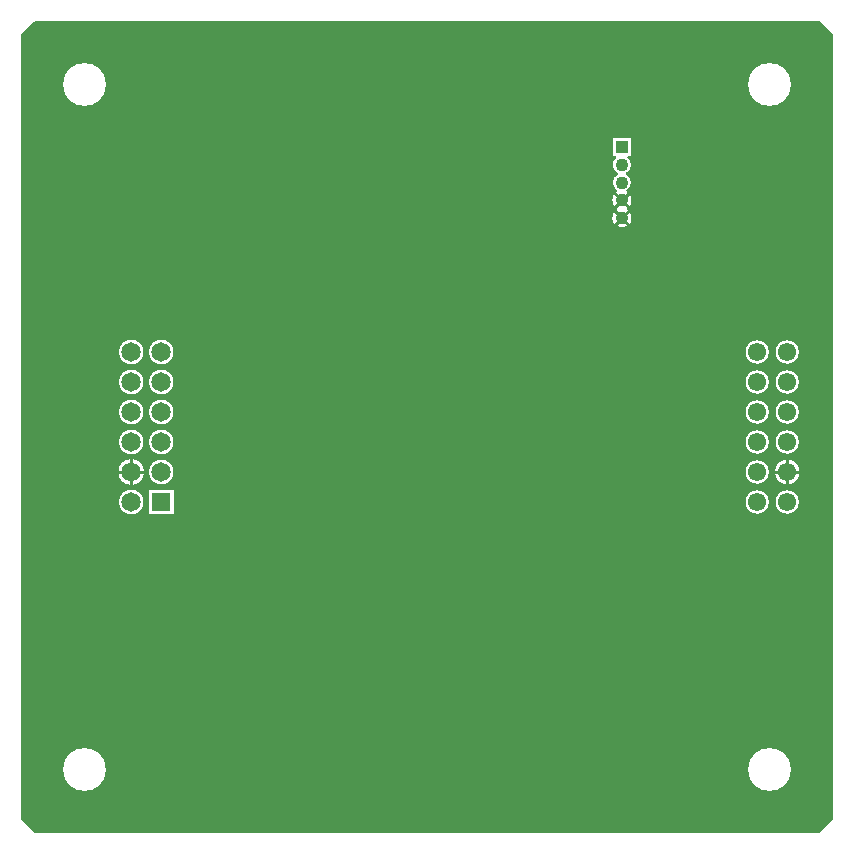
<source format=gbr>
G04 DesignSpark PCB PRO Gerber Version 10.0 Build 5299*
G04 #@! TF.Part,Single*
G04 #@! TF.FileFunction,Copper,L2,Bot*
G04 #@! TF.FilePolarity,Positive*
%FSLAX35Y35*%
%MOIN*%
G04 #@! TA.AperFunction,ComponentPad*
%ADD102R,0.04331X0.04331*%
%ADD21R,0.06496X0.06496*%
G04 #@! TD.AperFunction*
%ADD18C,0.00787*%
%ADD19C,0.01000*%
G04 #@! TA.AperFunction,ViaPad*
%ADD70C,0.03543*%
G04 #@! TA.AperFunction,ComponentPad*
%ADD103C,0.04331*%
%ADD20C,0.06102*%
%ADD22C,0.06496*%
G04 #@! TD.AperFunction*
X0Y0D02*
D02*
D18*
X6974Y268984D02*
Y7394D01*
X11331Y3037D01*
X272921D01*
X277278Y7394D01*
Y268984D01*
X272921Y273341D01*
X11331D01*
X6974Y268984D01*
X20472Y24016D02*
G75*
G02*
X35433I7480J0D01*
G01*
G75*
G02*
X20472I-7480J0D01*
G01*
Y252362D02*
G75*
G02*
X35433I7480J0D01*
G01*
G75*
G02*
X20472I-7480J0D01*
G01*
X38902Y123189D02*
G75*
G02*
X48185I4642J0D01*
G01*
G75*
G02*
X38902I-4642J0D01*
G01*
X39114Y113189D02*
G75*
G02*
X47972I4429J0D01*
G01*
G75*
G02*
X39114I-4429J0D01*
G01*
Y133189D02*
G75*
G02*
X47972I4429J0D01*
G01*
G75*
G02*
X39114I-4429J0D01*
G01*
Y143189D02*
G75*
G02*
X47972I4429J0D01*
G01*
G75*
G02*
X39114I-4429J0D01*
G01*
Y153189D02*
G75*
G02*
X47972I4429J0D01*
G01*
G75*
G02*
X39114I-4429J0D01*
G01*
Y163189D02*
G75*
G02*
X47972I4429J0D01*
G01*
G75*
G02*
X39114I-4429J0D01*
G01*
X49114Y117618D02*
X57972D01*
Y108760D01*
X49114D01*
Y117618D01*
Y123189D02*
G75*
G02*
X57972I4429J0D01*
G01*
G75*
G02*
X49114I-4429J0D01*
G01*
Y133189D02*
G75*
G02*
X57972I4429J0D01*
G01*
G75*
G02*
X49114I-4429J0D01*
G01*
Y143189D02*
G75*
G02*
X57972I4429J0D01*
G01*
G75*
G02*
X49114I-4429J0D01*
G01*
Y153189D02*
G75*
G02*
X57972I4429J0D01*
G01*
G75*
G02*
X49114I-4429J0D01*
G01*
Y163189D02*
G75*
G02*
X57972I4429J0D01*
G01*
G75*
G02*
X49114I-4429J0D01*
G01*
X208875Y216857D02*
G75*
G02*
X209074Y210827I-1789J-3077D01*
G01*
G75*
G02*
X210646Y207874I-1987J-2953D01*
G01*
G75*
G02*
X203528I-3559J0D01*
G01*
G75*
G02*
X205100Y210827I3559J0D01*
G01*
G75*
G02*
X205298Y216857I1987J2953D01*
G01*
G75*
G02*
X205512Y222638I1789J2828D01*
G01*
G75*
G02*
X204930Y228150I1575J2953D01*
G01*
X203740D01*
Y234843D01*
X210433D01*
Y228150D01*
X209243D01*
G75*
G02*
X208661Y222638I-2156J-2559D01*
G01*
G75*
G02*
X208875Y216857I-1575J-2953D01*
G01*
X247972Y113189D02*
G75*
G02*
X256437I4232J0D01*
G01*
G75*
G02*
X247972I-4232J0D01*
G01*
X248819Y24016D02*
G75*
G02*
X263780I7480J0D01*
G01*
G75*
G02*
X248819I-7480J0D01*
G01*
X247972Y123189D02*
G75*
G02*
X256437I4232J0D01*
G01*
G75*
G02*
X247972I-4232J0D01*
G01*
Y133189D02*
G75*
G02*
X256437I4232J0D01*
G01*
G75*
G02*
X247972I-4232J0D01*
G01*
Y143189D02*
G75*
G02*
X256437I4232J0D01*
G01*
G75*
G02*
X247972I-4232J0D01*
G01*
Y153189D02*
G75*
G02*
X256437I4232J0D01*
G01*
G75*
G02*
X247972I-4232J0D01*
G01*
Y163189D02*
G75*
G02*
X256437I4232J0D01*
G01*
G75*
G02*
X247972I-4232J0D01*
G01*
X248819Y252362D02*
G75*
G02*
X263780I7480J0D01*
G01*
G75*
G02*
X248819I-7480J0D01*
G01*
X257760Y123189D02*
G75*
G02*
X266650I4445J0D01*
G01*
G75*
G02*
X257760I-4445J0D01*
G01*
X257972Y113189D02*
G75*
G02*
X266437I4232J0D01*
G01*
G75*
G02*
X257972I-4232J0D01*
G01*
Y133189D02*
G75*
G02*
X266437I4232J0D01*
G01*
G75*
G02*
X257972I-4232J0D01*
G01*
Y143189D02*
G75*
G02*
X266437I4232J0D01*
G01*
G75*
G02*
X257972I-4232J0D01*
G01*
Y153189D02*
G75*
G02*
X266437I4232J0D01*
G01*
G75*
G02*
X257972I-4232J0D01*
G01*
Y163189D02*
G75*
G02*
X266437I4232J0D01*
G01*
G75*
G02*
X257972I-4232J0D01*
G01*
X7368Y24016D02*
G36*
X7368Y24016D02*
Y7000D01*
X10937Y3431D01*
X273315D01*
X276884Y7000D01*
Y24016D01*
X263780D01*
G75*
G02*
X248819I-7480J0D01*
G01*
X35433D01*
G75*
G02*
X20472I-7480J0D01*
G01*
X7368D01*
G37*
Y113189D02*
G36*
X7368Y113189D02*
Y24016D01*
X20472D01*
G75*
G02*
X35433I7480J0D01*
G01*
X248819D01*
G75*
G02*
X263780I7480J0D01*
G01*
X276884D01*
Y113189D01*
X266437D01*
G75*
G02*
X257972I-4232J0D01*
G01*
X256437D01*
G75*
G02*
X247972I-4232J0D01*
G01*
X57972D01*
Y108760D01*
X49114D01*
Y113189D01*
X47972D01*
G75*
G02*
X39114I-4429J0D01*
G01*
X7368D01*
G37*
Y123189D02*
G36*
X7368Y123189D02*
Y113189D01*
X39114D01*
G75*
G02*
X47972I4429J0D01*
G01*
X49114D01*
Y117618D01*
X57972D01*
Y113189D01*
X247972D01*
G75*
G02*
X256437I4232J0D01*
G01*
X257972D01*
G75*
G02*
X266437I4232J0D01*
G01*
X276884D01*
Y123189D01*
X266650D01*
G75*
G02*
X257760I-4445J0D01*
G01*
X256437D01*
G75*
G02*
X247972I-4232J0D01*
G01*
X57972D01*
G75*
G02*
X49114I-4429J0D01*
G01*
X48185D01*
G75*
G02*
X38902I-4642J0D01*
G01*
X7368D01*
G37*
Y133189D02*
G36*
X7368Y133189D02*
Y123189D01*
X38902D01*
G75*
G02*
X48185I4642J0D01*
G01*
X49114D01*
G75*
G02*
X57972I4429J0D01*
G01*
X247972D01*
G75*
G02*
X256437I4232J0D01*
G01*
X257760D01*
G75*
G02*
X266650I4445J0D01*
G01*
X276884D01*
Y133189D01*
X266437D01*
G75*
G02*
X257972I-4232J0D01*
G01*
X256437D01*
G75*
G02*
X247972I-4232J0D01*
G01*
X57972D01*
G75*
G02*
X49114I-4429J0D01*
G01*
X47972D01*
G75*
G02*
X39114I-4429J0D01*
G01*
X7368D01*
G37*
Y143189D02*
G36*
X7368Y143189D02*
Y133189D01*
X39114D01*
G75*
G02*
X47972I4429J0D01*
G01*
X49114D01*
G75*
G02*
X57972I4429J0D01*
G01*
X247972D01*
G75*
G02*
X256437I4232J0D01*
G01*
X257972D01*
G75*
G02*
X266437I4232J0D01*
G01*
X276884D01*
Y143189D01*
X266437D01*
G75*
G02*
X257972I-4232J0D01*
G01*
X256437D01*
G75*
G02*
X247972I-4232J0D01*
G01*
X57972D01*
G75*
G02*
X49114I-4429J0D01*
G01*
X47972D01*
G75*
G02*
X39114I-4429J0D01*
G01*
X7368D01*
G37*
Y153189D02*
G36*
X7368Y153189D02*
Y143189D01*
X39114D01*
G75*
G02*
X47972I4429J0D01*
G01*
X49114D01*
G75*
G02*
X57972I4429J0D01*
G01*
X247972D01*
G75*
G02*
X256437I4232J0D01*
G01*
X257972D01*
G75*
G02*
X266437I4232J0D01*
G01*
X276884D01*
Y153189D01*
X266437D01*
G75*
G02*
X257972I-4232J0D01*
G01*
X256437D01*
G75*
G02*
X247972I-4232J0D01*
G01*
X57972D01*
G75*
G02*
X49114I-4429J0D01*
G01*
X47972D01*
G75*
G02*
X39114I-4429J0D01*
G01*
X7368D01*
G37*
Y163189D02*
G36*
X7368Y163189D02*
Y153189D01*
X39114D01*
G75*
G02*
X47972I4429J0D01*
G01*
X49114D01*
G75*
G02*
X57972I4429J0D01*
G01*
X247972D01*
G75*
G02*
X256437I4232J0D01*
G01*
X257972D01*
G75*
G02*
X266437I4232J0D01*
G01*
X276884D01*
Y163189D01*
X266437D01*
G75*
G02*
X257972I-4232J0D01*
G01*
X256437D01*
G75*
G02*
X247972I-4232J0D01*
G01*
X57972D01*
G75*
G02*
X49114I-4429J0D01*
G01*
X47972D01*
G75*
G02*
X39114I-4429J0D01*
G01*
X7368D01*
G37*
Y219579D02*
G36*
X7368Y219579D02*
Y163189D01*
X39114D01*
G75*
G02*
X47972I4429J0D01*
G01*
X49114D01*
G75*
G02*
X57972I4429J0D01*
G01*
X247972D01*
G75*
G02*
X256437I4232J0D01*
G01*
X257972D01*
G75*
G02*
X266437I4232J0D01*
G01*
X276884D01*
Y219579D01*
X210431D01*
G75*
G02*
X208875Y216857I-3345J107D01*
G01*
G75*
G02*
X210646Y213780I-1789J-3077D01*
G01*
G75*
G02*
X209074Y210827I-3559J0D01*
G01*
G75*
G02*
X210646Y207874I-1986J-2952D01*
G01*
Y207874D01*
G75*
G02*
X203528I-3559J0D01*
G01*
Y207874D01*
G75*
G02*
X205100Y210827I3558J0D01*
G01*
G75*
G02*
X203528Y213780I1987J2953D01*
G01*
G75*
G02*
X205298Y216857I3559J0D01*
G01*
G75*
G02*
X203742Y219579I1789J2829D01*
G01*
X7368D01*
G37*
Y252362D02*
G36*
X7368Y252362D02*
Y219579D01*
X203742D01*
G75*
G02*
X203740Y219685I3345J103D01*
G01*
G75*
G02*
X205512Y222638I3346J0D01*
G01*
G75*
G02*
X203740Y225591I1575J2953D01*
G01*
G75*
G02*
X204930Y228150I3346J0D01*
G01*
X203740D01*
Y234843D01*
X210433D01*
Y228150D01*
X209243D01*
G75*
G02*
X210433Y225591I-2156J-2559D01*
G01*
G75*
G02*
X208661Y222638I-3346J0D01*
G01*
G75*
G02*
X210433Y219685I-1575J-2953D01*
G01*
G75*
G02*
X210431Y219579I-3347J-4D01*
G01*
X276884D01*
Y252362D01*
X263780D01*
G75*
G02*
X248819I-7480J0D01*
G01*
X35433D01*
G75*
G02*
X20472I-7480J0D01*
G01*
X7368D01*
G37*
Y269378D02*
G36*
X7368Y269378D02*
Y252362D01*
X20472D01*
G75*
G02*
X35433I7480J0D01*
G01*
X248819D01*
G75*
G02*
X263780I7480J0D01*
G01*
X276884D01*
Y269378D01*
X273315Y272947D01*
X10937D01*
X7368Y269378D01*
G37*
D02*
D19*
X40795Y123189D02*
X38795D01*
X43543Y120441D02*
Y118441D01*
Y125937D02*
Y127937D01*
X46291Y123189D02*
X48291D01*
X205909Y206696D02*
X204495Y205282D01*
X205909Y209052D02*
X204495Y210466D01*
X205909Y212602D02*
X204495Y211188D01*
X205909Y214957D02*
X204495Y216371D01*
X208264Y206696D02*
X209678Y205282D01*
X208264Y209052D02*
X209678Y210466D01*
X208264Y212602D02*
X209678Y211188D01*
X208264Y214957D02*
X209678Y216371D01*
X259654Y123189D02*
X257654D01*
X262205Y120638D02*
Y118638D01*
Y125740D02*
Y127740D01*
X264756Y123189D02*
X266756D01*
D02*
D70*
X63386Y20079D03*
Y59449D03*
Y98819D03*
Y177559D03*
Y216929D03*
Y256299D03*
X102756Y20079D03*
Y59449D03*
Y98819D03*
Y177559D03*
Y216929D03*
Y256299D03*
X142126Y20079D03*
Y59449D03*
Y98819D03*
Y177559D03*
Y216929D03*
X181496Y20079D03*
Y59449D03*
Y98819D03*
Y177559D03*
Y216929D03*
Y256299D03*
X220866Y20079D03*
Y59449D03*
Y98819D03*
Y177559D03*
Y216929D03*
Y256299D03*
D02*
D20*
X252205Y113189D03*
Y123189D03*
Y133189D03*
Y143189D03*
Y153189D03*
Y163189D03*
X262205Y113189D03*
Y123189D03*
Y133189D03*
Y143189D03*
Y153189D03*
Y163189D03*
D02*
D21*
X53543Y113189D03*
D02*
D22*
X43543D03*
Y123189D03*
Y133189D03*
Y143189D03*
Y153189D03*
Y163189D03*
X53543Y123189D03*
Y133189D03*
Y143189D03*
Y153189D03*
Y163189D03*
D02*
D102*
X207087Y231496D03*
D02*
D103*
Y207874D03*
Y213780D03*
Y219685D03*
Y225591D03*
X0Y0D02*
M02*

</source>
